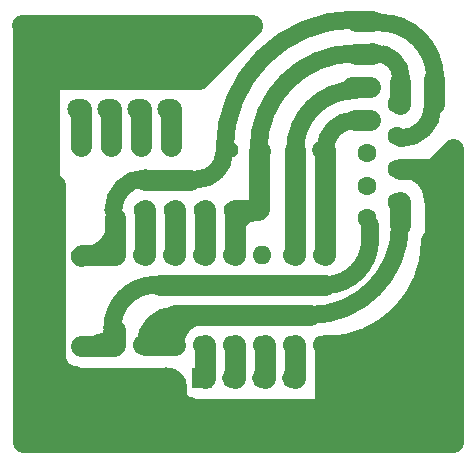
<source format=gbr>
%TF.GenerationSoftware,KiCad,Pcbnew,7.0.5*%
%TF.CreationDate,2024-09-27T00:58:09-04:00*%
%TF.ProjectId,74ls195_for_cnc,37346c73-3139-4355-9f66-6f725f636e63,rev?*%
%TF.SameCoordinates,Original*%
%TF.FileFunction,Copper,L2,Bot*%
%TF.FilePolarity,Positive*%
%FSLAX46Y46*%
G04 Gerber Fmt 4.6, Leading zero omitted, Abs format (unit mm)*
G04 Created by KiCad (PCBNEW 7.0.5) date 2024-09-27 00:58:09*
%MOMM*%
%LPD*%
G01*
G04 APERTURE LIST*
G04 Aperture macros list*
%AMHorizOval*
0 Thick line with rounded ends*
0 $1 width*
0 $2 $3 position (X,Y) of the first rounded end (center of the circle)*
0 $4 $5 position (X,Y) of the second rounded end (center of the circle)*
0 Add line between two ends*
20,1,$1,$2,$3,$4,$5,0*
0 Add two circle primitives to create the rounded ends*
1,1,$1,$2,$3*
1,1,$1,$4,$5*%
G04 Aperture macros list end*
%TA.AperFunction,NonConductor*%
%ADD10C,1.500000*%
%TD*%
%TA.AperFunction,ComponentPad*%
%ADD11R,1.700000X1.700000*%
%TD*%
%TA.AperFunction,ComponentPad*%
%ADD12O,1.700000X1.700000*%
%TD*%
%TA.AperFunction,ComponentPad*%
%ADD13C,1.600000*%
%TD*%
%TA.AperFunction,ComponentPad*%
%ADD14R,1.600000X1.600000*%
%TD*%
%TA.AperFunction,ComponentPad*%
%ADD15R,1.800000X1.800000*%
%TD*%
%TA.AperFunction,ComponentPad*%
%ADD16C,1.800000*%
%TD*%
%TA.AperFunction,ComponentPad*%
%ADD17O,1.600000X1.600000*%
%TD*%
%TA.AperFunction,ComponentPad*%
%ADD18C,1.400000*%
%TD*%
%TA.AperFunction,ComponentPad*%
%ADD19HorizOval,1.400000X0.000000X0.000000X0.000000X0.000000X0*%
%TD*%
%TA.AperFunction,ComponentPad*%
%ADD20O,1.400000X1.400000*%
%TD*%
%TA.AperFunction,Conductor*%
%ADD21C,1.750000*%
%TD*%
G04 APERTURE END LIST*
D10*
X7767445Y13330304D02*
G75*
G03*
X9408471Y11689278I1641026J0D01*
G01*
X18049815Y10635298D02*
G75*
G03*
X17085218Y11599895I-964597J0D01*
G01*
X18043916Y10102688D02*
G75*
G03*
X19045222Y9101382I1001306J0D01*
G01*
X39595198Y26534992D02*
G75*
G03*
X36958344Y29171846I-2636854J0D01*
G01*
X30480000Y14240517D02*
G75*
G03*
X39370000Y23130517I0J8890000D01*
G01*
X11430000Y14461357D02*
G75*
G03*
X12479160Y15510517I0J1049160D01*
G01*
X10160000Y21860517D02*
G75*
G03*
X12700000Y24400517I0J2540000D01*
G01*
X15240000Y28368996D02*
G75*
G03*
X12541521Y25670517I0J-2698479D01*
G01*
X19591066Y28259812D02*
G75*
G03*
X21960013Y30628759I0J2368947D01*
G01*
X33020000Y41813635D02*
G75*
G03*
X21956882Y30750517I0J-11063118D01*
G01*
X39801272Y36812844D02*
G75*
G03*
X35041636Y41572480I-4759636J0D01*
G01*
X36906954Y31755257D02*
G75*
G03*
X39606855Y34455158I0J2699901D01*
G01*
X24502845Y25469139D02*
G75*
G03*
X22939491Y23905785I0J-1563354D01*
G01*
X36932349Y36791411D02*
G75*
G03*
X34752628Y38971132I-2179721J0D01*
G01*
X33020000Y38943156D02*
G75*
G03*
X24827361Y30750517I0J-8192639D01*
G01*
X20320000Y16780517D02*
G75*
G03*
X17780000Y14240517I0J-2540000D01*
G01*
X17780000Y16780517D02*
G75*
G03*
X15240000Y14240517I0J-2540000D01*
G01*
X29210000Y16780517D02*
G75*
G03*
X36830000Y24400517I0J7620000D01*
G01*
X15240000Y14240517D02*
X17780000Y16780517D01*
X17780000Y16780517D02*
X17780000Y14240517D01*
X30480000Y19320517D02*
G75*
G03*
X34290000Y23130517I0J3810000D01*
G01*
X16117352Y19341678D02*
G75*
G03*
X12463986Y15688312I0J-3653366D01*
G01*
X34290000Y23130517D02*
X34290000Y24400517D01*
X33020000Y35830517D02*
G75*
G03*
X27940000Y30750517I0J-5080000D01*
G01*
X33020000Y33290517D02*
G75*
G03*
X30480000Y30750517I0J-2540000D01*
G01*
D11*
%TO.P,J1,1,Pin_1*%
%TO.N,/p0*%
X20095890Y11415297D03*
D12*
%TO.P,J1,2,Pin_2*%
%TO.N,/p1*%
X22635890Y11415297D03*
%TO.P,J1,3,Pin_3*%
%TO.N,/p2*%
X25175890Y11415297D03*
%TO.P,J1,4,Pin_4*%
%TO.N,/p3*%
X27715890Y11415297D03*
%TD*%
D13*
%TO.P,J2,9,9*%
%TO.N,/data_input*%
X36605890Y26365517D03*
%TO.P,J2,8,8*%
%TO.N,GND*%
X36605890Y29135517D03*
%TO.P,J2,7,7*%
%TO.N,+5V*%
X36605890Y31905517D03*
%TO.P,J2,6,6*%
%TO.N,/data_output*%
X36605890Y34675517D03*
%TO.P,J2,5,5*%
%TO.N,/reset*%
X34065890Y24980517D03*
%TO.P,J2,4,4*%
%TO.N,unconnected-(J2-Pad4)*%
X34065890Y27750517D03*
%TO.P,J2,3,3*%
%TO.N,unconnected-(J2-Pad3)*%
X34065890Y30520517D03*
%TO.P,J2,2,2*%
%TO.N,/parallel_load*%
X34065890Y33290517D03*
D14*
%TO.P,J2,1,1*%
%TO.N,/clock*%
X34065890Y36060517D03*
%TD*%
D15*
%TO.P,D1,1,K*%
%TO.N,GND*%
X9578299Y36740731D03*
D16*
%TO.P,D1,2,A*%
%TO.N,Net-(D1-A)*%
X9578299Y34200731D03*
%TD*%
D14*
%TO.P,U1,1,~{MR}*%
%TO.N,/reset*%
X12475890Y14240517D03*
D17*
%TO.P,U1,2,J*%
%TO.N,/data_input*%
X15015890Y14240517D03*
%TO.P,U1,3,~{K}*%
X17555890Y14240517D03*
%TO.P,U1,4,P0*%
%TO.N,/p0*%
X20095890Y14240517D03*
%TO.P,U1,5,P1*%
%TO.N,/p1*%
X22635890Y14240517D03*
%TO.P,U1,6,P2*%
%TO.N,/p2*%
X25175890Y14240517D03*
%TO.P,U1,7,P3*%
%TO.N,/p3*%
X27715890Y14240517D03*
%TO.P,U1,8,GND*%
%TO.N,GND*%
X30255890Y14240517D03*
%TO.P,U1,9,~{PE}*%
%TO.N,/parallel_load*%
X30255890Y21860517D03*
%TO.P,U1,10,CP*%
%TO.N,/clock*%
X27715890Y21860517D03*
%TO.P,U1,11,~{Q3}*%
%TO.N,unconnected-(U1-~{Q3}-Pad11)*%
X25175890Y21860517D03*
%TO.P,U1,12,Q3*%
%TO.N,/data_output*%
X22635890Y21860517D03*
%TO.P,U1,13,Q2*%
%TO.N,Net-(U1-Q2)*%
X20095890Y21860517D03*
%TO.P,U1,14,Q1*%
%TO.N,Net-(U1-Q1)*%
X17555890Y21860517D03*
%TO.P,U1,15,Q0*%
%TO.N,Net-(U1-Q0)*%
X15015890Y21860517D03*
%TO.P,U1,16,VCC*%
%TO.N,+5V*%
X12475890Y21860517D03*
%TD*%
D18*
%TO.P,R6,1*%
%TO.N,/data_output*%
X22635890Y25670517D03*
D19*
%TO.P,R6,2*%
%TO.N,Net-(D4-A)*%
X17247736Y31058671D03*
%TD*%
D18*
%TO.P,R5,1*%
%TO.N,Net-(U1-Q2)*%
X20095890Y25670517D03*
D19*
%TO.P,R5,2*%
%TO.N,Net-(D3-A)*%
X14707736Y31058671D03*
%TD*%
D18*
%TO.P,R4,1*%
%TO.N,Net-(U1-Q1)*%
X17555890Y25670517D03*
D19*
%TO.P,R4,2*%
%TO.N,Net-(D2-A)*%
X12167736Y31058671D03*
%TD*%
%TO.P,R3,2*%
%TO.N,Net-(D1-A)*%
X9627736Y31058671D03*
D18*
%TO.P,R3,1*%
%TO.N,Net-(U1-Q0)*%
X15015890Y25670517D03*
%TD*%
%TO.P,R2,1*%
%TO.N,+5V*%
X9601443Y21764099D03*
D20*
%TO.P,R2,2*%
%TO.N,/reset*%
X9601443Y14144099D03*
%TD*%
D18*
%TO.P,R1,1*%
%TO.N,+5V*%
X22411096Y30717463D03*
D20*
%TO.P,R1,2*%
%TO.N,/parallel_load*%
X30031096Y30717463D03*
%TD*%
D15*
%TO.P,D4,1,K*%
%TO.N,GND*%
X17198299Y36740731D03*
D16*
%TO.P,D4,2,A*%
%TO.N,Net-(D4-A)*%
X17198299Y34200731D03*
%TD*%
D15*
%TO.P,D3,1,K*%
%TO.N,GND*%
X14658299Y36740731D03*
D16*
%TO.P,D3,2,A*%
%TO.N,Net-(D3-A)*%
X14658299Y34200731D03*
%TD*%
D15*
%TO.P,D2,1,K*%
%TO.N,GND*%
X12118299Y36740731D03*
D16*
%TO.P,D2,2,A*%
%TO.N,Net-(D2-A)*%
X12118299Y34200731D03*
%TD*%
D21*
%TO.N,GND*%
X7134776Y36834019D02*
X7228064Y36740731D01*
X7620000Y27784429D02*
X7134776Y28269653D01*
X7134776Y28269653D02*
X7134776Y36834019D01*
X7620000Y11483858D02*
X7620000Y27784429D01*
X16755064Y11483858D02*
X7620000Y11483858D01*
X7228064Y36740731D02*
X17422409Y36740731D01*
X17808405Y10430517D02*
X16755064Y11483858D01*
%TO.N,/reset*%
X9825553Y14144099D02*
X12603582Y14144099D01*
X12603582Y14144099D02*
X12700000Y14240517D01*
%TO.N,+5V*%
X9921971Y21860517D02*
X9825553Y21764099D01*
X12700000Y21860517D02*
X9921971Y21860517D01*
%TO.N,GND*%
X8890000Y10430517D02*
X7620000Y10430517D01*
X17808405Y10430517D02*
X8890000Y10430517D01*
X7620000Y10430517D02*
X7620000Y25505490D01*
X7620000Y25505490D02*
X6134293Y26991197D01*
X6134293Y10430517D02*
X6134293Y26991197D01*
X6134293Y26991197D02*
X6134293Y38370517D01*
X7620000Y10430517D02*
X6134293Y10430517D01*
X19916669Y38370517D02*
X21186669Y39640517D01*
X6134293Y38370517D02*
X19916669Y38370517D01*
X21186669Y39640517D02*
X22668259Y39640517D01*
X6134293Y39640517D02*
X21186669Y39640517D01*
X6134293Y38370517D02*
X6134293Y39640517D01*
X24277839Y41250097D02*
X22936841Y39909099D01*
X22936841Y39909099D02*
X19761308Y36733566D01*
X6134293Y39640517D02*
X6134293Y41162216D01*
X22668259Y39640517D02*
X22936841Y39909099D01*
X6134293Y41162216D02*
X6350000Y41377923D01*
X6350000Y41377923D02*
X24277839Y41377923D01*
X4784320Y41377923D02*
X6350000Y41377923D01*
X17808405Y8941535D02*
X17808405Y10430517D01*
X6134293Y10430517D02*
X4864293Y9160517D01*
X17589423Y9160517D02*
X17808405Y8941535D01*
X4864293Y9160517D02*
X17589423Y9160517D01*
X4864293Y9160517D02*
X4864293Y41297950D01*
X4864293Y7890517D02*
X4864293Y9160517D01*
X32304269Y6620517D02*
X32419280Y6735528D01*
X4864293Y6620517D02*
X32304269Y6620517D01*
X4864293Y6620517D02*
X4864293Y7890517D01*
X4864293Y6066248D02*
X4864293Y6620517D01*
X32419280Y7890517D02*
X4864293Y7890517D01*
X32419280Y7890517D02*
X32419280Y6735528D01*
X32419280Y14240517D02*
X32419280Y7890517D01*
X39356765Y16780517D02*
X36830000Y14253752D01*
X39816812Y16780517D02*
X39356765Y16780517D01*
X39816812Y15970564D02*
X38100000Y14253752D01*
X39816812Y16780517D02*
X39816812Y15970564D01*
X39816812Y16780517D02*
X39816812Y19320517D01*
X39816812Y14564475D02*
X39816812Y16780517D01*
X39816812Y19320517D02*
X39816812Y28943842D01*
X39816812Y18510564D02*
X35560000Y14253752D01*
X39816812Y19320517D02*
X39816812Y18510564D01*
X39816812Y28943842D02*
X39625137Y29135517D01*
X39506089Y14253752D02*
X39816812Y14564475D01*
X40640000Y13119841D02*
X40640000Y6066248D01*
X39506089Y14253752D02*
X40640000Y13119841D01*
X40640000Y6066248D02*
X39370000Y6066248D01*
X41318772Y6066248D02*
X40640000Y6066248D01*
X39370000Y14117663D02*
X39506089Y14253752D01*
X39370000Y6066248D02*
X38100000Y6066248D01*
X39370000Y6066248D02*
X39370000Y14117663D01*
X38100000Y6066248D02*
X38100000Y14253752D01*
X38100000Y14253752D02*
X39506089Y14253752D01*
X36830000Y14253752D02*
X38100000Y14253752D01*
X38100000Y6066248D02*
X36830000Y6066248D01*
X36830000Y6066248D02*
X36830000Y14253752D01*
X35560000Y14253752D02*
X36830000Y14253752D01*
X36830000Y6066248D02*
X35560000Y6066248D01*
X35560000Y6066248D02*
X35560000Y14253752D01*
X35560000Y6066248D02*
X34290000Y6066248D01*
X34290000Y14253752D02*
X35560000Y14253752D01*
X34290000Y6066248D02*
X34290000Y14253752D01*
X33020000Y14253752D02*
X34290000Y14253752D01*
X34290000Y6066248D02*
X33020000Y6066248D01*
X33020000Y6066248D02*
X33020000Y14253752D01*
X32432515Y14253752D02*
X33020000Y14253752D01*
X33020000Y6066248D02*
X31750000Y6066248D01*
X31750000Y6066248D02*
X31750000Y14240517D01*
X31750000Y14240517D02*
X32419280Y14240517D01*
X30480000Y14240517D02*
X31750000Y14240517D01*
X32419280Y6735528D02*
X31750000Y6066248D01*
X31750000Y6066248D02*
X4864293Y6066248D01*
X19754143Y36740731D02*
X17422409Y36740731D01*
X19761308Y36733566D02*
X19754143Y36740731D01*
X4864293Y41297950D02*
X4784320Y41377923D01*
X24277839Y41377923D02*
X24277839Y41250097D01*
X41318772Y30829152D02*
X41318772Y6066248D01*
X39625137Y29135517D02*
X41318772Y30829152D01*
X36830000Y29135517D02*
X39625137Y29135517D01*
X17928809Y8821131D02*
X17808405Y8941535D01*
X30430417Y8821131D02*
X17928809Y8821131D01*
X30494331Y8885045D02*
X30430417Y8821131D01*
X30480000Y8899376D02*
X30494331Y8885045D01*
X30480000Y14240517D02*
X30480000Y8899376D01*
X32419280Y14240517D02*
X32432515Y14253752D01*
%TO.N,/p3*%
X27940000Y14240517D02*
X27940000Y11415297D01*
%TO.N,/p2*%
X25400000Y14240517D02*
X25400000Y11415297D01*
%TO.N,/p1*%
X22860000Y14240517D02*
X22860000Y11415297D01*
%TO.N,/p0*%
X20320000Y14240517D02*
X20320000Y11415297D01*
%TO.N,*%
X39704077Y34680418D02*
X39725381Y34659114D01*
X39704077Y36789553D02*
X39704077Y34680418D01*
%TO.N,+5V*%
X34441892Y41689563D02*
X34463196Y41668259D01*
X33099715Y41689563D02*
X34441892Y41689563D01*
%TO.N,*%
X15240000Y28210517D02*
X19050000Y28210517D01*
%TO.N,+5V*%
X12700000Y24955723D02*
X12668803Y24986920D01*
X12700000Y21860517D02*
X12700000Y24955723D01*
%TO.N,Net-(D4-A)*%
X17471846Y34151294D02*
X17422409Y34200731D01*
X17471846Y31058671D02*
X17471846Y34151294D01*
%TO.N,Net-(D3-A)*%
X14882409Y31108108D02*
X14931846Y31058671D01*
X14882409Y34200731D02*
X14882409Y31108108D01*
%TO.N,Net-(D2-A)*%
X12342409Y31108108D02*
X12391846Y31058671D01*
X12342409Y34200731D02*
X12342409Y31108108D01*
%TO.N,Net-(D1-A)*%
X9851846Y34151294D02*
X9802409Y34200731D01*
X9851846Y31058671D02*
X9851846Y34151294D01*
%TO.N,/data_output*%
X24846085Y25734431D02*
X24846085Y30527919D01*
X24846085Y30527919D02*
X24952607Y30634441D01*
X24782171Y25670517D02*
X24846085Y25734431D01*
X22860000Y25670517D02*
X24782171Y25670517D01*
X36830000Y34675517D02*
X36830000Y36469649D01*
X36830000Y36469649D02*
X36818121Y36481528D01*
%TO.N,*%
X34432029Y38924432D02*
X33111156Y38924432D01*
X34446232Y38938635D02*
X34432029Y38924432D01*
%TO.N,/data_input*%
X20320000Y16780517D02*
X29210000Y16780517D01*
X20320000Y16780517D02*
X17780000Y16780517D01*
X36830000Y26365517D02*
X36830000Y24400517D01*
%TO.N,*%
X17780000Y19320517D02*
X16510000Y19320517D01*
%TO.N,/reset*%
X12700000Y14240517D02*
X12700000Y15510517D01*
%TO.N,*%
X30480000Y19320517D02*
X17780000Y19320517D01*
%TO.N,/data_input*%
X15240000Y14240517D02*
X17780000Y14240517D01*
%TO.N,/clock*%
X27940000Y21860517D02*
X27940000Y30750517D01*
X32725652Y36060517D02*
X32725224Y36060089D01*
X34290000Y36060517D02*
X32725652Y36060517D01*
%TO.N,/parallel_load*%
X30480000Y21860517D02*
X30480000Y30750517D01*
X34290000Y33290517D02*
X33020000Y33290517D01*
%TO.N,/data_output*%
X22860000Y25670517D02*
X22860000Y21860517D01*
%TO.N,Net-(U1-Q2)*%
X20320000Y21860517D02*
X20320000Y25670517D01*
%TO.N,Net-(U1-Q1)*%
X17780000Y25670517D02*
X17780000Y21860517D01*
%TO.N,Net-(U1-Q0)*%
X15240000Y21860517D02*
X15240000Y25670517D01*
%TD*%
M02*

</source>
